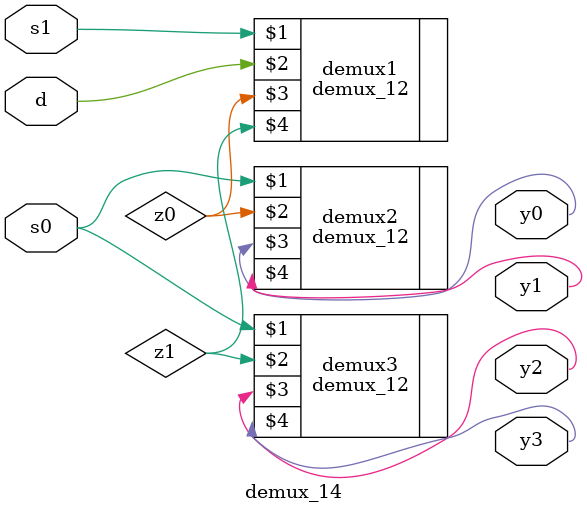
<source format=v>
`timescale 1ns / 1ps
module demux_14(d,s0,s1,y0,y1,y2,y3);
input s0,s1,d;
output y0,y1,y2,y3;
wire z0,z1;
demux_12 demux1(s1,d,z0,z1);
demux_12 demux2(s0,z0,y0,y1);
demux_12 demux3(s0,z1,y2,y3);
endmodule

</source>
